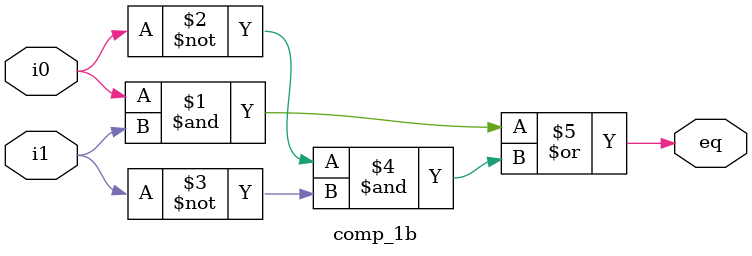
<source format=v>
module comp_1b(
	input wire i0, i1,
	output wire eq);

assign eq = i0&i1 | ~i0 & ~i1;

endmodule
</source>
